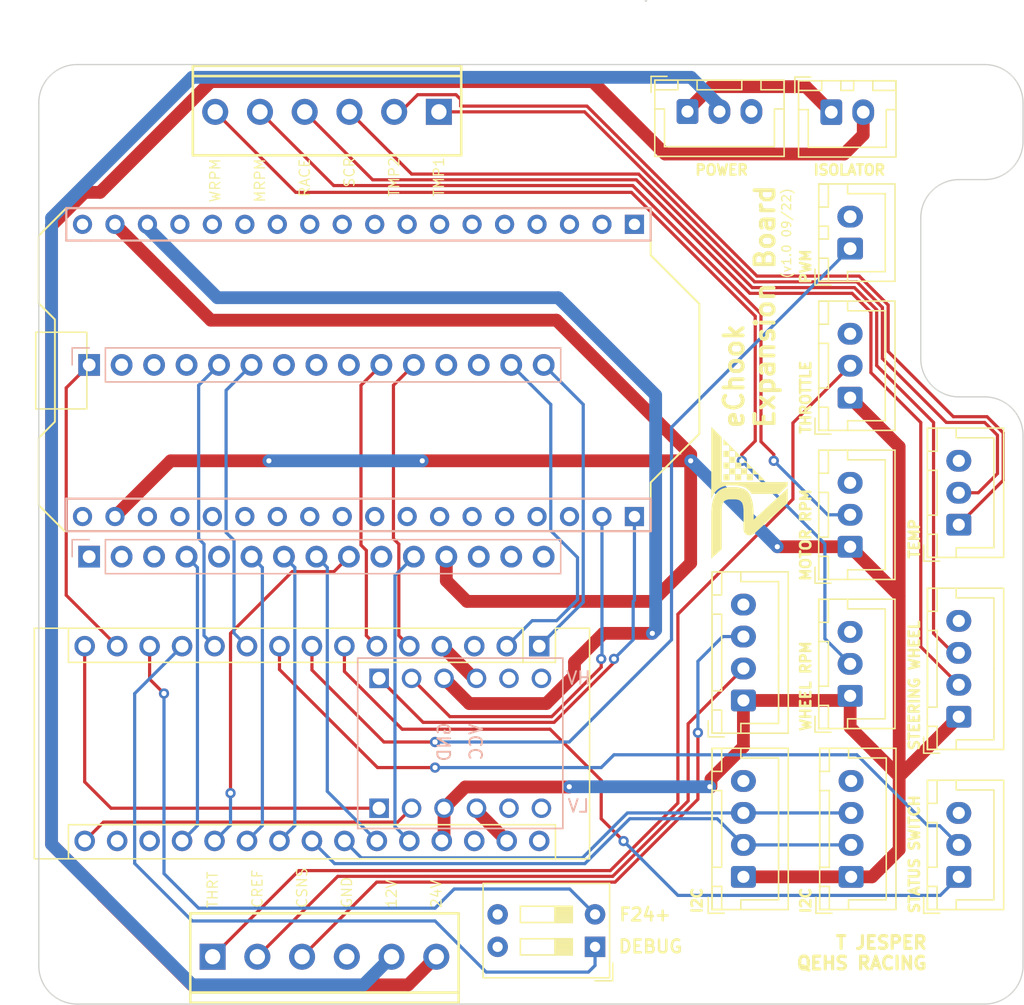
<source format=kicad_pcb>
(kicad_pcb (version 20211014) (generator pcbnew)
  (layers (0 "F.Cu" signal) (31 "B.Cu" signal) (34 "B.Paste" user) (35 "F.Paste" user) (36 "B.SilkS" user "B.Silkscreen") (37 "F.SilkS" user "F.Silkscreen") (38 "B.Mask" user) (39 "F.Mask" user) (44 "Edge.Cuts" user))
  (net 0 "")
  (net 1 "BT_OUT")
  (net 2 "BT_IN")
  (net 4 "GND")
  (net 5 "MOTOR_RPM")
  (net 6 "WHEEL_RPM")
  (net 7 "RACE_SWITCH")
  (net 8 "MOTOR_PWM")
  (net 9 "TELEMETRY_SWITCH")
  (net 10 "BRAKE")
  (net 11 "RACE_START")
  (net 12 "DEBUG_MODE")
  (net 13 "F24_MODE")
  (net 14 "SCREEN_SWITCH")
  (net 15 "TX_HIGH")
  (net 16 "RX_HIGH")
  (net 19 "BATT_T")
  (net 20 "TEMP_1")
  (net 21 "CURRENT")
  (net 22 "THROTTLE")
  (net 23 "SDA")
  (net 24 "SCL")
  (net 25 "TEMP_2")
  (net 26 "BATT_1")
  (net 27 "+5V")
  (net 29 "12_B2B")
  (net 31 "24_B2B")
  (net 32 "/+24V_ISOLATED")
  (net 59 "THROTTLE_B2B")
  (net 81 "MRPM_B2B")
  (net 82 "WRPM_B2B")
  (net 83 "CREF_B2B")
  (net 84 "CSENSE_B2B")
  (net 85 "TEMP1_B2B")
  (net 86 "TEMP2_B2B")
  (net 87 "+3V3")
  (net 88 "RX_LOW")
  (net 89 "TX_LOW")
  (net 90 "RACE_START_B2B")
  (net 91 "SCREEN_SWITCH_B2B")
  (footprint "racetrackr:ESP32 LoRa" (layer "F.Cu") (at 142.637 101.281)
    (fp_text reference "U2" hide)
    (fp_text value "ESP32_LoRa" hide)
  )
  (footprint "Connector_JST:JST_XH_B2B-XH-A_1x02_P2.50mm_Vertical" (layer "F.Cu") (at 179.5 66.725)
    (fp_text reference "J2" hide)
    (fp_text value "POWER_SWITCH" hide)
  )
  (footprint "Connector_JST:JST_XH_B3B-XH-A_1x03_P2.50mm_Vertical" (layer "F.Cu") (at 189.475 126.55 90)
    (fp_text reference "J12" hide)
    (fp_text value "STATUS_CONNECTION" hide)
  )
  (footprint "Connector_JST:JST_XH_B3B-XH-A_1x03_P2.50mm_Vertical" (layer "F.Cu") (at 189.475 99 90)
    (fp_text reference "J14" hide)
    (fp_text value "TEMP_CONNECTION" hide)
  )
  (footprint "Connector_JST:JST_XH_B4B-XH-A_1x04_P2.50mm_Vertical" (layer "F.Cu") (at 172.625 126.55 90)
    (fp_text reference "J6" hide)
    (fp_text value "I2C_1_CONN" hide)
  )
  (footprint "MountingHole:MountingHole_3.2mm_M3" (layer "F.Cu") (at 121.5 67)
    (fp_text reference "A" hide)
    (fp_text value "MountingHole_3.2mm_M3" hide)
  )
  (footprint "Connector_JST:JST_XH_B4B-XH-A_1x04_P2.50mm_Vertical" (layer "F.Cu") (at 189.475 114.025 90)
    (fp_text reference "J15" hide)
    (fp_text value "WHEEL_CONN" hide)
  )
  (footprint "MountingHole:MountingHole_3.2mm_M3" (layer "F.Cu") (at 190.5 132.5)
    (fp_text reference "D" hide)
    (fp_text value "MountingHole_3.2mm_M3" hide)
  )
  (footprint "Connector_JST:JST_XH_B3B-XH-A_1x03_P2.50mm_Vertical" (layer "F.Cu") (at 180.975 112.3875 90)
    (fp_text reference "J10" hide)
    (fp_text value "WHEEL_RPM_CONNECTION" hide)
  )
  (footprint "Button_Switch_THT:SW_DIP_SPSTx02_Slide_9.78x7.26mm_W7.62mm_P2.54mm" (layer "F.Cu") (at 161.0175 132.025 180)
    (fp_text reference "SW1" hide)
    (fp_text value "SW_DIP_x02" hide)
  )
  (footprint "Module:Arduino_Nano" (layer "F.Cu") (at 156.65 108.5 -90)
    (fp_text reference "A1" hide)
    (fp_text value "Arduino_Nano_v3.x" hide)
  )
  (footprint "MountingHole:MountingHole_3.2mm_M3" (layer "F.Cu") (at 190.5 67)
    (fp_text reference "B" hide)
    (fp_text value "MountingHole_3.2mm_M3" hide)
  )
  (footprint "Connector_JST:JST_XH_B4B-XH-A_1x04_P2.50mm_Vertical" (layer "F.Cu") (at 181.05 126.55 90)
    (fp_text reference "J8" hide)
    (fp_text value "I2C_2_CONN" hide)
  )
  (footprint "Connector_JST:JST_XH_B2B-XH-A_1x02_P2.50mm_Vertical" (layer "F.Cu") (at 180.975 77.4 90)
    (fp_text reference "J3" hide)
    (fp_text value "PWM_OUTPUT_CONN" hide)
  )
  (footprint "Connectors:SCREWTERMINAL-3.5MM-6" (layer "F.Cu") (at 131.1 132.8)
    (fp_text reference "J16" hide)
    (fp_text value "Screw_Terminal_01x06" hide)
  )
  (footprint "MountingHole:MountingHole_3.2mm_M3" (layer "F.Cu") (at 121.5 132.5)
    (fp_text reference "C" hide)
    (fp_text value "MountingHole_3.2mm_M3" hide)
  )
  (footprint "Connector_JST:JST_XH_B3B-XH-A_1x03_P2.50mm_Vertical" (layer "F.Cu") (at 180.975 100.725 90)
    (fp_text reference "J9" hide)
    (fp_text value "MOTOR_RPM_CONNECTION" hide)
  )
  (footprint "Connector_JST:JST_XH_B3B-XH-A_1x03_P2.50mm_Vertical" (layer "F.Cu") (at 180.975 89.0625 90)
    (fp_text reference "J5" hide)
    (fp_text value "THROTTLE_CONNECTION" hide)
  )
  (footprint "Connector_JST:JST_XH_B3B-XH-A_1x03_P2.50mm_Vertical" (layer "F.Cu") (at 168.25 66.675)
    (fp_text reference "J1" hide)
    (fp_text value "POWER_CONNECTION" hide)
  )
  (footprint "Connectors:SCREWTERMINAL-3.5MM-6" (layer "F.Cu") (at 148.8003 66.7003 180)
    (fp_text reference "J17" hide)
    (fp_text value "Screw_Terminal_01x06" hide)
  )
  (footprint "Connector_JST:JST_XH_B4B-XH-A_1x04_P2.50mm_Vertical" (layer "F.Cu") (at 172.625 112.75 90)
    (fp_text reference "J13" hide)
    (fp_text value "CURRENT_CONN" hide)
  )
  (footprint "Connector_PinHeader_2.54mm:PinHeader_1x15_P2.54mm_Vertical" (layer "B.Cu") (at 121.4408 86.4989 -90)
    (fp_text reference "J7" hide)
    (fp_text value "Conn_01x15_Male" hide)
  )
  (footprint "racetrackr:CONV_BOB-12009" (layer "B.Cu") (at 150.4737 116.1 -90)
    (fp_text reference "U1" hide)
    (fp_text value "LogicLevelConverter" hide)
  )
  (footprint "Connector_PinHeader_2.54mm:PinHeader_1x15_P2.54mm_Vertical" (layer "B.Cu") (at 121.4408 101.4998 -90)
    (fp_text reference "J4" hide)
    (fp_text value "Conn_01x15_Male" hide)
  )
  (gr_poly (pts (xy 170.915997 92.160484) (xy 170.916526 92.295421) (xy 170.916526 95.674151) (xy 176.077753 95.674151) (xy 176.077753 95.955932) (xy 175.970332 96.054886) (xy 175.391159 96.587228) (xy 173.261528 96.587228) (xy 173.258497 96.581517) (xy 173.255538 96.575718) (xy 173.249721 96.56401) (xy 173.246808 96.558175) (xy 173.243855 96.552402) (xy 173.240833 96.546728) (xy 173.237716 96.54119) (xy 173.189985 96.465032) (xy 173.137195 96.393725) (xy 173.079362 96.327279) (xy 173.016507 96.265701) (xy 172.948648 96.209001) (xy 172.875803 96.157186) (xy 172.797991 96.110265) (xy 172.71523 96.068248) (xy 172.627539 96.031141) (xy 172.534937 95.998955) (xy 172.437442 95.971696) (xy 172.335073 95.949375) (xy 172.227849 95.931999) (xy 172.115787 95.919577) (xy 171.998908 95.912118) (xy 171.877228 95.90963) (xy 171.662916 95.90963) (xy 171.602369 95.910308) (xy 171.542976 95.912344) (xy 171.484748 95.915734) (xy 171.427697 95.920478) (xy 171.371835 95.926573) (xy 171.317174 95.934019) (xy 171.263726 95.942814) (xy 171.211503 95.952955) (xy 171.160518 95.964443) (xy 171.110781 95.977274) (xy 171.062306 95.991448) (xy 171.015104 96.006963) (xy 170.969187 96.023818) (xy 170.924568 96.04201) (xy 170.881257 96.061539) (xy 170.839268 96.082403) (xy 170.798003 96.104654) (xy 170.757758 96.128046) (xy 170.718538 96.152572) (xy 170.680352 96.178223) (xy 170.643209 96.204994) (xy 170.607115 96.232877) (xy 170.572078 96.261866) (xy 170.538106 96.291953) (xy 170.505207 96.323131) (xy 170.473388 96.355394) (xy 170.442658 96.388734) (xy 170.413024 96.423145) (xy 170.384494 96.458619) (xy 170.357075 96.49515) (xy 170.330776 96.53273) (xy 170.305603 96.571353) (xy 170.278387 96.616453) (xy 170.252476 96.662824) (xy 170.227836 96.710423) (xy 170.204433 96.759207) (xy 170.182234 96.809131) (xy 170.161203 96.860153) (xy 170.141307 96.91223) (xy 170.122512 96.965317) (xy 170.122512 94.186133) (xy 170.122247 91.565965) (xy 170.122247 91.366734)) (layer "F.SilkS") (width 0.02) (fill solid))
  (gr_poly (pts (xy 172.901166 94.145124) (xy 172.444759 94.145124) (xy 172.444759 93.688718)) (layer "F.SilkS") (width 0.02) (fill solid))
  (gr_poly (pts (xy 170.123041 101.332794) (xy 170.123041 98.124986) (xy 170.124157 98.016775) (xy 170.127506 97.910422) (xy 170.133087 97.805922) (xy 170.1409 97.703274) (xy 170.150946 97.602473) (xy 170.163224 97.503517) (xy 170.177735 97.406403) (xy 170.194478 97.311128) (xy 170.203811 97.264384) (xy 170.21395 97.218409) (xy 170.224895 97.173205) (xy 170.236646 97.128772) (xy 170.249203 97.085112) (xy 170.262567 97.042224) (xy 170.276737 97.000109) (xy 170.291713 96.958769) (xy 170.307495 96.918205) (xy 170.324083 96.878416) (xy 170.341477 96.839403) (xy 170.359677 96.801169) (xy 170.378684 96.763712) (xy 170.398497 96.727035) (xy 170.419116 96.691137) (xy 170.440541 96.65602) (xy 170.462849 96.621817) (xy 170.486119 96.588565) (xy 170.51035 96.556264) (xy 170.535543 96.524915) (xy 170.561696 96.494519) (xy 170.588811 96.465078) (xy 170.616886 96.436593) (xy 170.645923 96.409064) (xy 170.675922 96.382494) (xy 170.706881 96.356883) (xy 170.738801 96.332232) (xy 170.771683 96.308543) (xy 170.805526 96.285817) (xy 170.84033 96.264054) (xy 170.876095 96.243257) (xy 170.912822 96.223426) (xy 170.950634 96.204636) (xy 170.989655 96.187062) (xy 171.029886 96.170702) (xy 171.071328 96.155556) (xy 171.11398 96.141625) (xy 171.157844 96.128906) (xy 171.202919 96.117401) (xy 171.249206 96.107109) (xy 171.296706 96.098028) (xy 171.345418 96.09016) (xy 171.395344 96.083504) (xy 171.446482 96.078058) (xy 171.498835 96.073824) (xy 171.552402 96.070799) (xy 171.607184 96.068985) (xy 171.66318 96.06838) (xy 171.877493 96.06838) (xy 171.988357 96.070538) (xy 172.094632 96.077011) (xy 172.196318 96.087799) (xy 172.245439 96.09481) (xy 172.293413 96.1029) (xy 172.34024 96.112068) (xy 172.385919 96.122314) (xy 172.43045 96.133639) (xy 172.473833 96.146041) (xy 172.516068 96.159521) (xy 172.557156 96.174078) (xy 172.597096 96.189714) (xy 172.635888 96.206427) (xy 172.673531 96.224217) (xy 172.710027 96.243085) (xy 172.745375 96.26303) (xy 172.779574 96.284052) (xy 172.812626 96.306151) (xy 172.844529 96.329327) (xy 172.875284 96.35358) (xy 172.90489 96.37891) (xy 172.933348 96.405317) (xy 172.960658 96.4328) (xy 172.986819 96.461359) (xy 173.011832 96.490995) (xy 173.035696 96.521707) (xy 173.058412 96.553496) (xy 173.079979 96.58636) (xy 173.100397 96.620301) (xy 173.138844 96.691025) (xy 173.174811 96.765186) (xy 173.208297 96.842784) (xy 173.239303 96.923819) (xy 173.267828 97.008293) (xy 173.293873 97.096207) (xy 173.317438 97.18756) (xy 173.338522 97.282355) (xy 173.357125 97.380591) (xy 173.373248 97.482269) (xy 173.386891 97.587391) (xy 173.398053 97.695956) (xy 173.406735 97.807967) (xy 173.412936 97.923422) (xy 173.416656 98.042325) (xy 173.417897 98.164674) (xy 173.417897 98.617376) (xy 175.62558 96.587228) (xy 176.077488 96.171567) (xy 176.077488 97.299221) (xy 173.528493 99.63364) (xy 173.512494 99.648228) (xy 173.496247 99.662227) (xy 173.479752 99.675637) (xy 173.463008 99.688458) (xy 173.446017 99.70069) (xy 173.428778 99.712333) (xy 173.411291 99.723386) (xy 173.393555 99.733851) (xy 173.375572 99.743726) (xy 173.35734 99.753012) (xy 173.338861 99.76171) (xy 173.320133 99.769818) (xy 173.301158 99.777337) (xy 173.281934 99.784266) (xy 173.262463 99.790607) (xy 173.242743 99.796359) (xy 173.222948 99.801537) (xy 173.203351 99.806057) (xy 173.183949 99.809921) (xy 173.16474 99.813127) (xy 173.145724 99.815675) (xy 173.126899 99.817567) (xy 173.108262 99.818801) (xy 173.089814 99.819377) (xy 173.071551 99.819297) (xy 173.053473 99.818559) (xy 173.035577 99.817164) (xy 173.017863 99.815111) (xy 173.000329 99.812401) (xy 172.982974 99.809034) (xy 172.965795 99.805009) (xy 172.948791 99.800327) (xy 172.933099 99.79501) (xy 172.917675 99.788979) (xy 172.90252 99.782236) (xy 172.887635 99.774779) (xy 172.873021 99.766609) (xy 172.85868 99.757725) (xy 172.844612 99.748129) (xy 172.83082 99.73782) (xy 172.817303 99.726797) (xy 172.804063 99.715061) (xy 172.791102 99.702613) (xy 172.77842 99.689451) (xy 172.766018 99.675576) (xy 172.753899 99.660987) (xy 172.742062 99.645686) (xy 172.730509 99.629671) (xy 172.719456 99.61299) (xy 172.709115 99.595788) (xy 172.699488 99.578063) (xy 172.690574 99.559817) (xy 172.682373 99.541049) (xy 172.674885 99.521757) (xy 172.66811 99.501942) (xy 172.662049 99.481604) (xy 172.6567 99.460742) (xy 172.652065 99.439355) (xy 172.648142 99.417443) (xy 172.644933 99.395007) (xy 172.642437 99.372044) (xy 172.640655 99.348556) (xy 172.639585 99.324542) (xy 172.639228 99.3) (xy 172.639228 97.926284) (xy 172.638611 97.863013) (xy 172.636759 97.802187) (xy 172.63367 97.743806) (xy 172.629344 97.68787) (xy 172.623779 97.63438) (xy 172.616974 97.583337) (xy 172.608928 97.534743) (xy 172.59964 97.488597) (xy 172.589109 97.444901) (xy 172.577333 97.403654) (xy 172.564311 97.364859) (xy 172.550043 97.328516) (xy 172.534527 97.294625) (xy 172.517761 97.263187) (xy 172.499745 97.234204) (xy 172.480478 97.207675) (xy 172.459624 97.183119) (xy 172.43665 97.160149) (xy 172.411557 97.138766) (xy 172.384348 97.11897) (xy 172.355022 97.100759) (xy 172.323581 97.084134) (xy 172.290026 97.069094) (xy 172.254359 97.055639) (xy 172.21658 97.043769) (xy 172.176691 97.033482) (xy 172.134692 97.024779) (xy 172.090586 97.017659) (xy 172.044372 97.012122) (xy 171.996053 97.008168) (xy 171.94563 97.005795) (xy 171.893103 97.005005) (xy 171.646776 97.005005) (xy 171.594283 97.005795) (xy 171.543961 97.008168) (xy 171.495809 97.012122) (xy 171.449827 97.017659) (xy 171.406016 97.024779) (xy 171.364375 97.033482) (xy 171.324904 97.043769) (xy 171.287604 97.055639) (xy 171.252475 97.069094) (xy 171.219515 97.084134) (xy 171.20385 97.092249) (xy 171.188727 97.100759) (xy 171.174146 97.109666) (xy 171.160108 97.11897) (xy 171.146613 97.12867) (xy 171.13366 97.138766) (xy 171.12125 97.149259) (xy 171.109383 97.160149) (xy 171.098058 97.171436) (xy 171.087275 97.183119) (xy 171.077036 97.195199) (xy 171.067339 97.207675) (xy 171.04912 97.234204) (xy 171.032068 97.263187) (xy 171.016184 97.294625) (xy 171.00147 97.328516) (xy 170.987926 97.364859) (xy 170.975554 97.403654) (xy 170.964354 97.444901) (xy 170.954328 97.488597) (xy 170.945478 97.534743) (xy 170.937804 97.583337) (xy 170.931307 97.63438) (xy 170.925989 97.68787) (xy 170.921851 97.743806) (xy 170.918893 97.802187) (xy 170.917118 97.863013) (xy 170.916526 97.926284) (xy 170.916526 100.908932) (xy 170.122247 101.637065)) (layer "F.SilkS") (width 0.02) (fill solid))
  (gr_poly (pts (xy 172.444759 94.145124) (xy 172.444759 94.601795) (xy 171.988088 94.601795) (xy 171.988088 94.145124)) (layer "F.SilkS") (width 0.02) (fill solid))
  (gr_poly (pts (xy 171.531418 92.775376) (xy 171.075012 92.775376) (xy 171.075012 92.31897)) (layer "F.SilkS") (width 0.02) (fill solid))
  (gr_poly (pts (xy 171.531682 94.145124) (xy 171.531682 93.688718) (xy 171.531682 93.688453) (xy 171.531418 93.688453) (xy 171.531418 93.688718) (xy 171.531682 93.688718) (xy 171.531682 94.145124) (xy 171.531682 94.601795) (xy 171.988088 94.601795) (xy 171.988088 95.058201) (xy 172.444759 95.058201) (xy 172.444759 94.601795) (xy 172.901166 94.601795) (xy 172.901166 94.145124) (xy 173.357837 94.601795) (xy 173.814507 95.058465) (xy 173.357837 95.058465) (xy 173.357837 95.058201) (xy 173.357837 94.601795) (xy 172.90143 94.601795) (xy 172.90143 95.058201) (xy 173.357837 95.058201) (xy 173.357837 95.058465) (xy 173.357837 95.514871) (xy 172.90143 95.514871) (xy 172.90143 95.058465) (xy 172.90143 95.058201) (xy 172.901166 95.058201) (xy 172.901166 95.058465) (xy 172.90143 95.058465) (xy 172.90143 95.514871) (xy 172.901166 95.514871) (xy 172.901166 95.058465) (xy 172.444759 95.058465) (xy 172.444759 95.514871) (xy 171.988088 95.514871) (xy 171.988088 95.058465) (xy 171.531682 95.058465) (xy 171.531682 95.058201) (xy 171.531418 95.058201) (xy 171.531418 94.601795) (xy 171.075012 94.601795) (xy 171.075012 94.145124) (xy 171.531418 94.145124) (xy 171.531418 93.688718) (xy 171.075012 93.688718) (xy 171.075012 93.232046) (xy 171.531418 93.232046) (xy 171.531418 92.775376) (xy 171.988088 93.232046) (xy 172.444759 93.688718) (xy 171.988088 93.688718) (xy 171.988088 93.688453) (xy 171.988088 93.232046) (xy 171.531682 93.232046) (xy 171.531682 93.688453) (xy 171.988088 93.688453) (xy 171.988088 93.688718) (xy 171.988088 94.145124)) (layer "F.SilkS") (width 0.02) (fill solid))
  (gr_poly (pts (xy 174.270913 95.514871) (xy 173.814507 95.514871) (xy 173.814507 95.058465)) (layer "F.SilkS") (width 0.02) (fill solid))
  (gr_poly (pts (xy 171.531418 95.058201) (xy 171.531418 95.058465) (xy 171.531682 95.058465) (xy 171.531682 95.514871) (xy 171.075012 95.514871) (xy 171.075012 95.058201)) (layer "F.SilkS") (width 0.02) (fill solid))
  (gr_arc (start 117.5 66) (mid 118.37868 63.87868) (end 120.5 63) (layer "Edge.Cuts") (width 0.1))
  (gr_line (start 189.5 89) (end 191.5 89) (layer "Edge.Cuts") (width 0.1))
  (gr_line (start 194.5 66) (end 194.5 69) (layer "Edge.Cuts") (width 0.1))
  (gr_line (start 191.5 136.5) (end 120.5 136.5) (layer "Edge.Cuts") (width 0.1))
  (gr_line (start 120.5 63) (end 191.5 63) (layer "Edge.Cuts") (width 0.1))
  (gr_arc (start 194.5 133.5) (mid 193.62132 135.62132) (end 191.5 136.5) (layer "Edge.Cuts") (width 0.1))
  (gr_line (start 194.5 92) (end 194.5 133.5) (layer "Edge.Cuts") (width 0.1))
  (gr_arc (start 191.5 63) (mid 193.62132 63.87868) (end 194.5 66) (layer "Edge.Cuts") (width 0.1))
  (gr_arc (start 194.5 69) (mid 193.62132 71.12132) (end 191.5 72) (layer "Edge.Cuts") (width 0.1))
  (gr_arc (start 120.5 136.5) (mid 118.37868 135.62132) (end 117.5 133.5) (layer "Edge.Cuts") (width 0.1))
  (gr_line (start 117.5 133.5) (end 117.5 66) (layer "Edge.Cuts") (width 0.1))
  (gr_arc (start 186.5 75) (mid 187.37868 72.87868) (end 189.5 72) (layer "Edge.Cuts") (width 0.1))
  (gr_line (start 189.5 72) (end 191.5 72) (layer "Edge.Cuts") (width 0.1))
  (gr_line (start 186.5 75) (end 186.5 86) (layer "Edge.Cuts") (width 0.1))
  (gr_arc (start 191.5 89) (mid 193.62132 89.87868) (end 194.5 92) (layer "Edge.Cuts") (width 0.1))
  (gr_arc (start 189.5 89) (mid 187.37868 88.12132) (end 186.5 86) (layer "Edge.Cuts") (width 0.1))
  (gr_arc (start 165 58) (mid 165 58) (end 165 58) (layer "Edge.Cuts") (width 0.1))
  (gr_text "HV" (at 159.723738 111) (layer "B.SilkS") (effects (font (size 1 1)) (justify mirror)))
  (gr_text "GND" (at 149.223738 116 90) (layer "B.SilkS") (effects (font (size 1 1)) (justify mirror)))
  (gr_text "VCC" (at 151.723738 116 90) (layer "B.SilkS") (effects (font (size 1 1)) (justify mirror)))
  (gr_text "LV" (at 159.723738 121) (layer "B.SilkS") (effects (font (size 1 1)) (justify mirror)))
  (gr_text "THRT" (at 131.1 129.05 90) (layer "F.SilkS") (effects (font (size 0.8 0.8) (thickness 0.1)) (justify left)))
  (gr_text "TEMP" (at 186 101.75 90) (layer "F.SilkS") (effects (font (size 0.8 0.8) (thickness 0.2)) (justify left)))
  (gr_text "POWER" (at 168.75 71.25) (layer "F.SilkS") (effects (font (size 0.8 0.8) (thickness 0.2)) (justify left)))
  (gr_text "STEERING WHEEL" (at 186 116.75 90) (layer "F.SilkS") (effects (font (size 0.8 0.8) (thickness 0.2)) (justify left)))
  (gr_text "12V" (at 145.1 129.05 90) (layer "F.SilkS") (effects (font (size 0.8 0.8) (thickness 0.1)) (justify left)))
  (gr_text "24V" (at 148.6 129.05 90) (layer "F.SilkS") (effects (font (size 0.8 0.8) (thickness 0.1)) (justify left)))
  (gr_text "GND" (at 141.6 129.05 90) (layer "F.SilkS") (effects (font (size 0.8 0.8) (thickness 0.1)) (justify left)))
  (gr_text "DEBUG" (at 162.75 132) (layer "F.SilkS") (effects (font (size 1 1) (thickness 0.2)) (justify left)))
  (gr_text "STATUS SWITCH" (at 186 129.5 90) (layer "F.SilkS") (effects (font (size 0.8 0.8) (thickness 0.2)) (justify left)))
  (gr_text "eChook\nExpansion Board" (at 173.1 91.6 90) (layer "F.SilkS") (effects (font (size 1.5 1.5) (thickness 0.3)) (justify left)))
  (gr_text "CREF" (at 134.6 129.05 90) (layer "F.SilkS") (effects (font (size 0.8 0.8) (thickness 0.1)) (justify left)))
  (gr_text "MOTOR RPM" (at 177.5 103.5 90) (layer "F.SilkS") (effects (font (size 0.8 0.8) (thickness 0.2)) (justify left)))
  (gr_text "WHEEL RPM" (at 177.5 115.25 90) (layer "F.SilkS") (effects (font (size 0.8 0.8) (thickness 0.2)) (justify left)))
  (gr_text "I2C" (at 177.5 129.5 90) (layer "F.SilkS") (effects (font (size 0.8 0.8) (thickness 0.2)) (justify left)))
  (gr_text "F24+" (at 162.8 129.5) (layer "F.SilkS") (effects (font (size 1 1) (thickness 0.2)) (justify left)))
  (gr_text "SCR" (at 141.8 72.676191 90) (layer "F.SilkS") (effects (font (size 0.8 0.8) (thickness 0.1)) (justify left)))
  (gr_text "T JESPER\nQEHS RACING" (at 187.1 132.5) (layer "F.SilkS") (effects (font (size 1 1) (thickness 0.25)) (justify right)))
  (gr_text "PWM" (at 177.5 80.25 90) (layer "F.SilkS") (effects (font (size 0.8 0.8) (thickness 0.2)) (justify left)))
  (gr_text "TMP1" (at 148.8 73.4 90) (layer "F.SilkS") (effects (font (size 0.8 0.8) (thickness 0.1)) (justify left)))
  (gr_text "CSNS" (at 138.1 129.05 90) (layer "F.SilkS") (effects (font (size 0.8 0.8) (thickness 0.1)) (justify left)))
  (gr_text "I2C" (at 169 129.5 90) (layer "F.SilkS") (effects (font (size 0.8 0.8) (thickness 0.2)) (justify left)))
  (gr_text "WRPM" (at 131.3 73.85 90) (layer "F.SilkS") (effects (font (size 0.8 0.8) (thickness 0.1)) (justify left)))
  (gr_text "RACE" (at 138.3 73.430953 90) (layer "F.SilkS") (effects (font (size 0.8 0.8) (thickness 0.1)) (justify left)))
  (gr_text "ISOLATOR" (at 178 71.25) (layer "F.SilkS") (effects (font (size 0.8 0.8) (thickness 0.2)) (justify left)))
  (gr_text "THROTTLE" (at 177.5 92 90) (layer "F.SilkS") (effects (font (size 0.8 0.8) (thickness 0.2)) (justify left)))
  (gr_text "(v1.0 09/22)" (at 176 76.2 90) (layer "F.SilkS") (effects (font (size 0.7 0.7) (thickness 0.1))))
  (gr_text "MRPM" (at 134.8 73.85 90) (layer "F.SilkS") (effects (font (size 0.8 0.8) (thickness 0.1)) (justify left)))
  (gr_text "TMP2" (at 145.3 73.4 90) (layer "F.SilkS") (effects (font (size 0.8 0.8) (thickness 0.1)) (justify left)))
  (segment (start 160.093811 105.056189) (end 160.093811 89.591911) (width 0.25) (layer "B.Cu") (net 1))
  (segment (start 156.65 108.5) (end 160.093811 105.056189) (width 0.25) (layer "B.Cu") (net 1))
  (segment (start 160.093811 89.591911) (end 157.0008 86.4989) (width 0.25) (layer "B.Cu") (net 1))
  (segment (start 158.007141 106.507141) (end 156.102859 106.507141) (width 0.25) (layer "B.Cu") (net 2))
  (segment (start 159.644291 104.869991) (end 158.007141 106.507141) (width 0.25) (layer "B.Cu") (net 2))
  (segment (start 157.553811 99.46952) (end 159.644291 101.56) (width 0.25) (layer "B.Cu") (net 2))
  (segment (start 156.102859 106.507141) (end 154.11 108.5) (width 0.25) (layer "B.Cu") (net 2))
  (segment (start 154.4608 86.4989) (end 157.553811 89.591911) (width 0.25) (layer "B.Cu") (net 2))
  (segment (start 157.553811 89.591911) (end 157.553811 99.46952) (width 0.25) (layer "B.Cu") (net 2))
  (segment (start 159.644291 101.56) (end 159.644291 104.869991) (width 0.25) (layer "B.Cu") (net 2))
  (segment (start 151.7437 121.3737) (end 154.11 123.74) (width 1) (layer "F.Cu") (net 4))
  (segment (start 151.7437 121.18) (end 151.7437 121.3737) (width 1) (layer "F.Cu") (net 4))
  (segment (start 151.553432 111.02) (end 149.033432 108.5) (width 1) (layer "F.Cu") (net 4))
  (segment (start 151.7437 111.02) (end 151.553432 111.02) (width 1) (layer "F.Cu") (net 4))
  (segment (start 149.033432 108.5) (end 149.03 108.5) (width 1) (layer "F.Cu") (net 4))
  (segment (start 145.666289 107.676289) (end 145.666289 100.516289) (width 0.25) (layer "F.Cu") (net 5))
  (segment (start 145.246189 88.093511) (end 146.8408 86.4989) (width 0.25) (layer "F.Cu") (net 5))
  (segment (start 146.49 108.5) (end 145.666289 107.676289) (width 0.25) (layer "F.Cu") (net 5))
  (segment (start 145.666289 100.516289) (end 145.246189 100.096189) (width 0.25) (layer "F.Cu") (net 5))
  (segment (start 145.246189 100.096189) (end 145.246189 88.093511) (width 0.25) (layer "F.Cu") (net 5))
  (segment (start 142.706189 88.093511) (end 142.706189 100.593201) (width 0.25) (layer "F.Cu") (net 6))
  (segment (start 142.706189 100.593201) (end 143.126289 101.013301) (width 0.25) (layer "F.Cu") (net 6))
  (segment (start 144.3008 86.4989) (end 142.706189 88.093511) (width 0.25) (layer "F.Cu") (net 6))
  (segment (start 143.126289 107.676289) (end 143.95 108.5) (width 0.25) (layer "F.Cu") (net 6))
  (segment (start 143.126289 101.013301) (end 143.126289 107.676289) (width 0.25) (layer "F.Cu") (net 6))
  (segment (start 141.41 110.479322) (end 145.930678 115) (width 0.25) (layer "F.Cu") (net 7))
  (segment (start 161.5 119) (end 161.5 122) (width 0.25) (layer "F.Cu") (net 7))
  (segment (start 157.5 115) (end 161.5 119) (width 0.25) (layer "F.Cu") (net 7))
  (segment (start 161.5 122) (end 163.25 123.75) (width 0.25) (layer "F.Cu") (net 7))
  (segment (start 141.41 108.5) (end 141.41 110.479322) (width 0.25) (layer "F.Cu") (net 7))
  (segment (start 145.930678 115) (end 157.5 115) (width 0.25) (layer "F.Cu") (net 7))
  (via (at 163.25 123.75) (size 0.8) (drill 0.4) (layers "F.Cu" "B.Cu") (net 7))
  (segment (start 163.25 123.75) (end 167.5 128) (width 0.25) (layer "B.Cu") (net 7))
  (segment (start 188.025 128) (end 167.5 128) (width 0.25) (layer "B.Cu") (net 7))
  (segment (start 189.475 126.55) (end 188.025 128) (width 0.25) (layer "B.Cu") (net 7))
  (segment (start 144.5 116) (end 138.87 110.37) (width 0.25) (layer "F.Cu") (net 8))
  (segment (start 138.87 110.37) (end 138.87 108.5) (width 0.25) (layer "F.Cu") (net 8))
  (segment (start 148.5 116) (end 144.5 116) (width 0.25) (layer "F.Cu") (net 8))
  (via (at 148.5 116) (size 0.8) (drill 0.4) (layers "F.Cu" "B.Cu") (net 8))
  (via (at 148.5 116) (size 0.8) (drill 0.4) (layers "F.Cu" "B.Cu") (net 8))
  (segment (start 180.975 77.4) (end 167 91.375) (width 0.25) (layer "B.Cu") (net 8))
  (segment (start 167 91.375) (end 167 108) (width 0.25) (layer "B.Cu") (net 8))
  (segment (start 167 108) (end 159 116) (width 0.25) (layer "B.Cu") (net 8))
  (segment (start 159 116) (end 148.5 116) (width 0.25) (layer "B.Cu") (net 8))
  (segment (start 148.5 118) (end 144 118) (width 0.25) (layer "F.Cu") (net 9))
  (segment (start 136.33 110.33) (end 136.33 108.5) (width 0.25) (layer "F.Cu") (net 9))
  (segment (start 144 118) (end 136.33 110.33) (width 0.25) (layer "F.Cu") (net 9))
  (via (at 148.5 118) (size 0.8) (drill 0.4) (layers "F.Cu" "B.Cu") (net 9))
  (segment (start 187.97548 122.55048) (end 187.05048 122.55048) (width 0.25) (layer "B.Cu") (net 9))
  (segment (start 187.05048 122.55048) (end 181.5 117) (width 0.25) (layer "B.Cu") (net 9))
  (segment (start 162.5 117) (end 161.5 118) (width 0.25) (layer "B.Cu") (net 9))
  (segment (start 161.5 118) (end 148.5 118) (width 0.25) (layer "B.Cu") (net 9))
  (segment (start 181.5 117) (end 162.5 117) (width 0.25) (layer "B.Cu") (net 9))
  (segment (start 189.475 124.05) (end 187.97548 122.55048) (width 0.25) (layer "B.Cu") (net 9))
  (segment (start 132.775311 100.227689) (end 132.775311 107.485311) (width 0.25) (layer "B.Cu") (net 10))
  (segment (start 132.153811 88.485889) (end 132.153811 99.606189) (width 0.25) (layer "B.Cu") (net 10))
  (segment (start 134.1408 86.4989) (end 132.153811 88.485889) (width 0.25) (layer "B.Cu") (net 10))
  (segment (start 132.153811 99.606189) (end 132.775311 100.227689) (width 0.25) (layer "B.Cu") (net 10))
  (segment (start 132.775311 107.485311) (end 133.79 108.5) (width 0.25) (layer "B.Cu") (net 10))
  (segment (start 130.426289 100.516289) (end 130.006189 100.096189) (width 0.25) (layer "B.Cu") (net 11))
  (segment (start 130.426289 107.676289) (end 130.426289 100.516289) (width 0.25) (layer "B.Cu") (net 11))
  (segment (start 130.006189 88.093511) (end 131.6008 86.4989) (width 0.25) (layer "B.Cu") (net 11))
  (segment (start 130.006189 100.096189) (end 130.006189 88.093511) (width 0.25) (layer "B.Cu") (net 11))
  (segment (start 131.25 108.5) (end 130.426289 107.676289) (width 0.25) (layer "B.Cu") (net 11))
  (segment (start 160.5 134) (end 161.0175 133.4825) (width 0.25) (layer "B.Cu") (net 12))
  (segment (start 148.5 130) (end 152.5 134) (width 0.25) (layer "B.Cu") (net 12))
  (segment (start 152.5 134) (end 160.5 134) (width 0.25) (layer "B.Cu") (net 12))
  (segment (start 128.71 108.5) (end 125 112.21) (width 0.25) (layer "B.Cu") (net 12))
  (segment (start 129.5 130) (end 148.5 130) (width 0.25) (layer "B.Cu") (net 12))
  (segment (start 161.0175 133.4825) (end 161.0175 132.025) (width 0.25) (layer "B.Cu") (net 12))
  (segment (start 125 112.21) (end 125 125.5) (width 0.25) (layer "B.Cu") (net 12))
  (segment (start 125 125.5) (end 129.5 130) (width 0.25) (layer "B.Cu") (net 12))
  (segment (start 126.17 108.5) (end 126.17 111.080978) (width 0.25) (layer "F.Cu") (net 13))
  (segment (start 126.17 111.080978) (end 127.294511 112.205489) (width 0.25) (layer "F.Cu") (net 13))
  (via (at 127.294511 112.205489) (size 0.8) (drill 0.4) (layers "F.Cu" "B.Cu") (net 13))
  (segment (start 127.5 112) (end 127.294511 112.205489) (width 0.25) (layer "B.Cu") (net 13))
  (segment (start 127.294511 112.205489) (end 127.294511 126.294511) (width 0.25) (layer "B.Cu") (net 13))
  (segment (start 150 127.5) (end 159.0325 127.5) (width 0.25) (layer "B.Cu") (net 13))
  (segment (start 130 129) (end 148.5 129) (width 0.25) (layer "B.Cu") (net 13))
  (segment (start 159.0325 127.5) (end 161.0175 129.485) (width 0.25) (layer "B.Cu") (net 13))
  (segment (start 127.294511 126.294511) (end 130 129) (width 0.25) (layer "B.Cu") (net 13))
  (segment (start 148.5 129) (end 150 127.5) (width 0.25) (layer "B.Cu") (net 13))
  (segment (start 121.4408 86.4989) (end 119.646189 88.293511) (width 0.25) (layer "F.Cu") (net 14))
  (segment (start 119.646189 104.516189) (end 123.63 108.5) (width 0.25) (layer "F.Cu") (net 14))
  (segment (start 119.646189 88.293511) (end 119.646189 104.516189) (width 0.25) (layer "F.Cu") (net 14))
  (segment (start 144.1237 121.18) (end 123.15 121.18) (width 0.25) (layer "F.Cu") (net 15))
  (segment (start 121.09 119.12) (end 121.09 108.5) (width 0.25) (layer "F.Cu") (net 15))
  (segment (start 123.15 121.18) (end 121.09 119.12) (width 0.25) (layer "F.Cu") (net 15))
  (segment (start 145.577189 122.266511) (end 122.563489 122.266511) (width 0.25) (layer "F.Cu") (net 16))
  (segment (start 146.6637 121.18) (end 145.577189 122.266511) (width 0.25) (layer "F.Cu") (net 16))
  (segment (start 122.563489 122.266511) (end 121.09 123.74) (width 0.25) (layer "F.Cu") (net 16))
  (segment (start 129.9108 102.3498) (end 129.9108 122.5392) (width 0.25) (layer "B.Cu") (net 19))
  (segment (start 129.9108 122.5392) (end 128.71 123.74) (width 0.25) (layer "B.Cu") (net 19))
  (segment (start 129.0608 101.4998) (end 129.9108 102.3498) (width 0.25) (layer "B.Cu") (net 19))
  (segment (start 140.586289 102.674311) (end 137.325689 102.674311) (width 0.25) (layer "F.Cu") (net 20))
  (segment (start 132.5 107.5) (end 132.5 120) (width 0.25) (layer "F.Cu") (net 20))
  (segment (start 141.7608 101.4998) (end 140.586289 102.674311) (width 0.25) (layer "F.Cu") (net 20))
  (segment (start 137.325689 102.674311) (end 132.5 107.5) (width 0.25) (layer "F.Cu") (net 20))
  (via (at 132.5 120) (size 0.8) (drill 0.4) (layers "F.Cu" "B.Cu") (net 20))
  (segment (start 131.25 123.74) (end 132.49 122.5) (width 0.25) (layer "B.Cu") (net 20))
  (segment (start 132.49 122.5) (end 132.5 122.5) (width 0.25) (layer "B.Cu") (net 20))
  (segment (start 132.5 122.5) (end 132.5 120) (width 0.25) (layer "B.Cu") (net 20))
  (segment (start 134.9908 102.3498) (end 134.9908 122.5392) (width 0.25) (layer "B.Cu") (net 21))
  (segment (start 134.1408 101.4998) (end 134.9908 102.3498) (width 0.25) (layer "B.Cu") (net 21))
  (segment (start 134.9908 122.5392) (end 133.79 123.74) (width 0.25) (layer "B.Cu") (net 21))
  (segment (start 137.5308 102.3498) (end 137.5308 122.5392) (width 0.25) (layer "B.Cu") (net 22))
  (segment (start 137.5308 122.5392) (end 136.33 123.74) (width 0.25) (layer "B.Cu") (net 22))
  (segment (start 136.6808 101.4998) (end 137.5308 102.3498) (width 0.25) (layer "B.Cu") (net 22))
  (segment (start 160.221687 125.514031) (end 160.485009 125.250708) (width 0.25) (layer "B.Cu") (net 23))
  (segment (start 160.485009 125.250708) (end 163.735718 122) (width 0.25) (layer "B.Cu") (net 23))
  (segment (start 170.575 122) (end 172.625 124.05) (width 0.25) (layer "B.Cu") (net 23))
  (segment (start 140.644031 125.514031) (end 160.221687 125.514031) (width 0.25) (layer "B.Cu") (net 23))
  (segment (start 138.87 123.74) (end 140.644031 125.514031) (width 0.25) (layer "B.Cu") (net 23))
  (segment (start 172.625 124.05) (end 181.05 124.05) (width 0.25) (layer "B.Cu") (net 23))
  (segment (start 163.735718 122) (end 170.575 122) (width 0.25) (layer "B.Cu") (net 23))
  (segment (start 142.734511 125.064511) (end 160.035489 125.064511) (width 0.25) (layer "B.Cu") (net 24))
  (segment (start 163.55 121.55) (end 172.625 121.55) (width 0.25) (layer "B.Cu") (net 24))
  (segment (start 160.035489 125.064511) (end 163.55 121.55) (width 0.25) (layer "B.Cu") (net 24))
  (segment (start 141.41 123.74) (end 142.734511 125.064511) (width 0.25) (layer "B.Cu") (net 24))
  (segment (start 172.625 121.55) (end 181.05 121.55) (width 0.25) (layer "B.Cu") (net 24))
  (segment (start 140.0708 119.8608) (end 143.95 123.74) (width 0.25) (layer "B.Cu") (net 25))
  (segment (start 140.0708 102.3498) (end 140.0708 119.8608) (width 0.25) (layer "B.Cu") (net 25))
  (segment (start 139.2208 101.4998) (end 140.0708 102.3498) (width 0.25) (layer "B.Cu") (net 25))
  (segment (start 145.365489 122.615489) (end 146.49 123.74) (width 0.25) (layer "B.Cu") (net 26))
  (segment (start 146.8408 101.4998) (end 145.365489 102.975111) (width 0.25) (layer "B.Cu") (net 26))
  (segment (start 145.365489 102.975111) (end 145.365489 122.615489) (width 0.25) (layer "B.Cu") (net 26))
  (segment (start 184.81 104.56) (end 184.81 118.69) (width 1) (layer "F.Cu") (net 27))
  (segment (start 182.68 126.55) (end 181.05 126.55) (width 1) (layer "F.Cu") (net 27))
  (segment (start 135.5 94) (end 127.82 94) (width 1) (layer "F.Cu") (net 27))
  (segment (start 180.975 112.3875) (end 180.975 114.855) (width 1) (layer "F.Cu") (net 27))
  (segment (start 168.5 94) (end 168.5 102) (width 1) (layer "F.Cu") (net 27))
  (segment (start 180.6125 112.75) (end 180.975 112.3875) (width 1) (layer "F.Cu") (net 27))
  (segment (start 168.5 93.5) (end 168.5 94) (width 1) (layer "F.Cu") (net 27))
  (segment (start 168.5 94) (end 147.5 94) (width 1) (layer "F.Cu") (net 27))
  (segment (start 184.81 92.8975) (end 184.81 104.56) (width 1) (layer "F.Cu") (net 27))
  (segment (start 180.975 114.855) (end 184.81 118.69) (width 1) (layer "F.Cu") (net 27))
  (segment (start 159 119.5) (end 158.981511 119.518489) (width 1) (layer "F.Cu") (net 27))
  (segment (start 172.625 112.75) (end 172.625 116.375) (width 1) (layer "F.Cu") (net 27))
  (segment (start 158 83) (end 168.5 93.5) (width 1) (layer "F.Cu") (net 27))
  (segment (start 127.82 94) (end 123.46 98.36) (width 1) (layer "F.Cu") (net 27))
  (segment (start 150.865211 119.518489) (end 158.981511 119.518489) (width 1) (layer "F.Cu") (net 27))
  (segment (start 180.975 100.725) (end 175.275 100.725) (width 1) (layer "F.Cu") (net 27))
  (segment (start 149.2037 123.5663) (end 149.03 123.74) (width 1) (layer "F.Cu") (net 27))
  (segment (start 180.975 89.0625) (end 184.81 92.8975) (width 1) (layer "F.Cu") (net 27))
  (segment (start 149.3808 103.3808) (end 149.3808 101.4998) (width 1) (layer "F.Cu") (net 27))
  (segment (start 172.625 126.55) (end 181.05 126.55) (width 1) (layer "F.Cu") (net 27))
  (segment (start 123.46 75.5) (end 130.96 83) (width 1) (layer "F.Cu") (net 27))
  (segment (start 149.2037 121.18) (end 150.865211 119.518489) (width 1) (layer "F.Cu") (net 27))
  (segment (start 170.090185 118.909815) (end 170.090185 119.5) (width 1) (layer "F.Cu") (net 27))
  (segment (start 165.5 105) (end 151 105) (width 1) (layer "F.Cu") (net 27))
  (segment (start 180.975 100.725) (end 184.81 104.56) (width 1) (layer "F.Cu") (net 27))
  (segment (start 168.5 102) (end 165.5 105) (width 1) (layer "F.Cu") (net 27))
  (segment (start 189.475 114.025) (end 184.81 118.69) (width 1) (layer "F.Cu") (net 27))
  (segment (start 184.81 124.42) (end 182.68 126.55) (width 1) (layer "F.Cu") (net 27))
  (segment (start 172.625 116.375) (end 170.090185 118.909815) (width 1) (layer "F.Cu") (net 27))
  (segment (start 184.81 118.69) (end 184.81 124.42) (width 1) (layer "F.Cu") (net 27))
  (segment (start 172.625 112.75) (end 180.6125 112.75) (width 1) (layer "F.Cu") (net 27))
  (segment (start 149.2037 121.18) (end 149.2037 123.5663) (width 1) (layer "F.Cu") (net 27))
  (segment (start 130.96 83) (end 158 83) (width 1) (layer "F.Cu") (net 27))
  (segment (start 151 105) (end 149.3808 103.3808) (width 1) (layer "F.Cu") (net 27))
  (via (at 168.5 94) (size 0.8) (drill 0.4) (layers "F.Cu" "B.Cu") (net 27))
  (via (at 170 119.5) (size 0.8) (drill 0.4) (layers "F.Cu" "B.Cu") (net 27))
  (via (at 175.275 100.725) (size 0.8) (drill 0.4) (layers "F.Cu" "B.Cu") (net 27))
  (via (at 159 119.5) (size 0.8) (drill 0.4) (layers "F.Cu" "B.Cu") (net 27))
  (via (at 147.5 94) (size 0.8) (drill 0.4) (layers "F.Cu" "B.Cu") (net 27))
  (via (at 135.5 94) (size 0.8) (drill 0.4) (layers "F.Cu" "B.Cu") (net 27))
  (segment (start 147.5 94) (end 135.5 94) (width 1) (layer "B.Cu") (net 27))
  (segment (start 168.55 94) (end 168.5 94) (width 1) (layer "B.Cu") (net 27))
  (segment (start 175.275 100.725) (end 168.55 94) (width 1) (layer "B.Cu") (net 27))
  (segment (start 159 119.5) (end 170 119.5) (width 1) (layer "B.Cu") (net 27))
  (segment (start 170.75 66.675) (end 170.75 66.224334) (width 1) (layer "B.Cu") (net 29))
  (segment (start 118.5 124) (end 129.5 135) (width 1) (layer "B.Cu") (net 29))
  (segment (start 168.525666 64) (end 129.5 64) (width 1) (layer "B.Cu") (net 29))
  (segment (start 129.5 135) (end 142.89794 135) (width 1) (layer "B.Cu") (net 29))
  (segment (start 142.89794 135) (end 145.09794 132.8) (width 1) (layer "B.Cu") (net 29))
  (segment (start 170.75 66.224334) (end 168.525666 64) (width 1) (layer "B.Cu") (net 29))
  (segment (start 118.5 75) (end 118.5 124) (width 1) (layer "B.Cu") (net 29))
  (segment (start 129.5 64) (end 118.5 75) (width 1) (layer "B.Cu") (net 29))
  (segment (start 182 66.725) (end 182 68.5) (width 1) (layer "F.Cu") (net 31))
  (segment (start 122.5 128) (end 122.5 128.031022) (width 1) (layer "F.Cu") (net 31))
  (segment (start 166.5 70) (end 160.835269 64.335269) (width 1) (layer "F.Cu") (net 31))
  (segment (start 160.835269 64.335269) (end 130.958328 64.335269) (width 1) (layer "F.Cu") (net 31))
  (segment (start 122.5 128.031022) (end 129.468978 135) (width 1) (layer "F.Cu") (net 31))
  (segment (start 118.5 124) (end 122.5 128) (width 1) (layer "F.Cu") (net 31))
  (segment (start 146.39806 135) (end 148.59806 132.8) (width 1) (layer "F.Cu") (net 31))
  (segment (start 129.468978 135) (end 146.39806 135) (width 1) (layer "F.Cu") (net 31))
  (segment (start 121.088228 73) (end 118.5 75.588228) (width 1) (layer "F.Cu") (net 31))
  (segment (start 182 68.5) (end 180.5 70) (width 1) (layer "F.Cu") (net 31))
  (segment (start 122.293597 73) (end 121.088228 73) (width 1) (layer "F.Cu") (net 31))
  (segment (start 130.958328 64.335269) (end 122.293597 73) (width 1) (layer "F.Cu") (net 31))
  (segment (start 180.5 70) (end 166.5 70) (width 1) (layer "F.Cu") (net 31))
  (segment (start 118.5 75.588228) (end 118.5 124) (width 1) (layer "F.Cu") (net 31))
  (segment (start 170.095806 64.73) (end 177.505 64.73) (width 1) (layer "F.Cu") (net 32))
  (segment (start 168.25 66.575806) (end 170.095806 64.73) (width 1) (layer "F.Cu") (net 32))
  (segment (start 177.505 64.73) (end 179.5 66.725) (width 1) (layer "F.Cu") (net 32))
  (segment (start 168.25 66.675) (end 168.25 66.575806) (width 1) (layer "F.Cu") (net 32))
  (segment (start 137.83904 126.06096) (end 162.213322 126.06096) (width 0.25) (layer "F.Cu") (net 59))
  (segment (start 162.213322 126.06096) (end 167.5 120.774282) (width 0.25) (layer "F.Cu") (net 59))
  (segment (start 131.1 132.8) (end 137.83904 126.06096) (width 0.25) (layer "F.Cu") (net 59))
  (segment (start 167.5 106) (end 176.5 97) (width 0.25) (layer "F.Cu") (net 59))
  (segment (start 167.5 120.774282) (end 167.5 106) (width 0.25) (layer "F.Cu") (net 59))
  (segment (start 176.5 97) (end 176.5 91.0375) (width 0.25) (layer "F.Cu") (net 59))
  (segment (start 176.5 91.0375) (end 180.975 86.5625) (width 0.25) (layer "F.Cu") (net 59))
  (segment (start 163.966899 72.466899) (end 174 82.5) (width 0.25) (layer "F.Cu") (net 81))
  (segment (start 140.568959 72.466899) (end 163.966899 72.466899) (width 0.25) (layer "F.Cu") (net 81))
  (segment (start 134.80236 66.7003) (end 140.568959 72.466899) (width 0.25) (layer "F.Cu") (net 81))
  (segment (start 174 82.5) (end 174 92.5) (width 0.25) (layer "F.Cu") (net 81))
  (segment (start 175 93.5) (end 175 94) (width 0.25) (layer "F.Cu") (net 81))
  (segment (start 174 92.5) (end 175 93.5) (width 0.25) (layer "F.Cu") (net 81))
  (via (at 175 94) (size 0.8) (drill 0.4) (layers "F.Cu" "B.Cu") (net 81))
  (segment (start 179.225 98.225) (end 180.975 98.225) (width 0.25) (layer "B.Cu") (net 81))
  (segment (start 175 94) (end 179.225 98.225) (width 0.25) (layer "B.Cu") (net 81))
  (segment (start 172.5 93.5) (end 172.5 94) (width 0.25) (layer "F.Cu") (net 82))
  (segment (start 137.60194 73) (end 163.864282 73) (width 0.25) (layer "F.Cu") (net 82))
  (segment (start 173.55048 82.686198) (end 173.55048 92.44952) (width 0.25) (layer "F.Cu") (net 82))
  (segment (start 163.864282 73) (end 173.55048 82.686198) (width 0.25) (layer "F.Cu") (net 82))
  (segment (start 131.30224 66.7003) (end 137.60194 73) (width 0.25) (layer "F.Cu") (net 82))
  (segment (start 173.55048 92.44952) (end 172.5 93.5) (width 0.25) (layer "F.Cu") (net 82))
  (via (at 172.5 94) (size 0.8) (drill 0.4) (layers "F.Cu" "B.Cu") (net 82))
  (segment (start 172.5 94) (end 179 100.5) (width 0.25) (layer "B.Cu") (net 82))
  (segment (start 179 107.9125) (end 180.975 109.8875) (width 0.25) (layer "B.Cu") (net 82))
  (segment (start 179 100.5) (end 179 107.9125) (width 0.25) (layer "B.Cu") (net 82))
  (segment (start 134.59758 132.8) (end 140.8871 126.51048) (width 0.25) (layer "F.Cu") (net 83))
  (segment (start 168.3 120.61) (end 168.3 114.575) (width 0.25) (layer "F.Cu") (net 83))
  (segment (start 162.39952 126.51048) (end 168.3 120.61) (width 0.25) (layer "F.Cu") (net 83))
  (segment (start 168.3 114.575) (end 172.625 110.25) (width 0.25) (layer "F.Cu") (net 83))
  (segment (start 140.8871 126.51048) (end 162.39952 126.51048) (width 0.25) (layer "F.Cu") (net 83))
  (segment (start 169.065665 120.480053) (end 169.065665 115.267746) (width 0.25) (layer "F.Cu") (net 84))
  (segment (start 161.95 126.96) (end 162.585717 126.96) (width 0.25) (layer "F.Cu") (net 84))
  (segment (start 138.0977 132.8) (end 143.9377 126.96) (width 0.25) (layer "F.Cu") (net 84))
  (segment (start 143.9377 126.96) (end 161.95 126.96) (width 0.25) (layer "F.Cu") (net 84))
  (segment (start 162.585717 126.96) (end 168.617859 120.927859) (width 0.25) (layer "F.Cu") (net 84))
  (segment (start 168.617859 120.927859) (end 169.065665 120.480053) (width 0.25) (layer "F.Cu") (net 84))
  (via (at 169.065665 115.267746) (size 0.8) (drill 0.4) (layers "F.Cu" "B.Cu") (net 84))
  (segment (start 169.065665 109.684335) (end 171 107.75) (width 0.25) (layer "B.Cu") (net 84))
  (segment (start 171 107.75) (end 172.625 107.75) (width 0.25) (layer "B.Cu") (net 84))
  (segment (start 169.065665 115.267746) (end 169.065665 109.684335) (width 0.25) (layer "B.Cu") (net 84))
  (segment (start 145.7997 66.7003) (end 145.30272 66.7003) (width 0.25) (layer "F.Cu") (net 85))
  (segment (start 192.94952 95.52548) (end 192.94952 91.813803) (width 0.25) (layer "F.Cu") (net 85))
  (segment (start 150.5 66.25078) (end 150.5 65.718978) (width 0.25) (layer "F.Cu") (net 85))
  (segment (start 147.140211 65.359789) (end 145.7997 66.7003) (width 0.25) (layer "F.Cu") (net 85))
  (segment (start 183.94952 81.813802) (end 181.686198 79.55048) (width 0.25) (layer "F.Cu") (net 85))
  (segment (start 191.686197 90.55048) (end 189.05048 90.55048) (width 0.25) (layer "F.Cu") (net 85))
  (segment (start 160.386498 66.25078) (end 150.5 66.25078) (width 0.25) (layer "F.Cu") (net 85))
  (segment (start 189.05048 90.55048) (end 183.94952 85.44952) (width 0.25) (layer "F.Cu") (net 85))
  (segment (start 181.686198 79.55048) (end 173.686198 79.55048) (width 0.25) (layer "F.Cu") (net 85))
  (segment (start 173.686198 79.55048) (end 160.386498 66.25078) (width 0.25) (layer "F.Cu") (net 85))
  (segment (start 183.94952 85.44952) (end 183.94952 81.813802) (width 0.25) (layer "F.Cu") (net 85))
  (segment (start 189.475 99) (end 192.94952 95.52548) (width 0.25) (layer "F.Cu") (net 85))
  (segment (start 192.94952 91.813803) (end 191.686197 90.55048) (width 0.25) (layer "F.Cu") (net 85))
  (segment (start 150.140811 65.359789) (end 147.140211 65.359789) (width 0.25) (layer "F.Cu") (net 85))
  (segment (start 150.5 65.718978) (end 150.140811 65.359789) (width 0.25) (layer "F.Cu") (net 85))
  (segment (start 173.5 80) (end 181.5 80) (width 0.25) (layer "F.Cu") (net 86))
  (segment (start 183.5 86) (end 188.5 91) (width 0.25) (layer "F.Cu") (net 86))
  (segment (start 191.5 91) (end 192.5 92) (width 0.25) (layer "F.Cu") (net 86))
  (segment (start 181.5 80) (end 183.5 82) (width 0.25) (layer "F.Cu") (net 86))
  (segment (start 192.5 92) (end 192.5 95) (width 0.25) (layer "F.Cu") (net 86))
  (segment (start 189.475 96.5) (end 191 96.5) (width 0.25) (layer "F.Cu") (net 86))
  (segment (start 160.2003 66.7003) (end 173.5 80) (width 0.25) (layer "F.Cu") (net 86))
  (segment (start 183.5 82) (end 183.5 86) (width 0.25) (layer "F.Cu") (net 86))
  (segment (start 188.5 91) (end 191.5 91) (width 0.25) (layer "F.Cu") (net 86))
  (segment (start 148.8003 66.7003) (end 160.2003 66.7003) (width 0.25) (layer "F.Cu") (net 86))
  (segment (start 191 96.5) (end 192.5 95) (width 0.25) (layer "F.Cu") (net 86))
  (segment (start 151.1737 112.99) (end 157.203432 112.99) (width 1) (layer "F.Cu") (net 87))
  (segment (start 149.2037 111.02) (end 151.1737 112.99) (width 1) (layer "F.Cu") (net 87))
  (segment (start 157.203432 112.99) (end 159.41 110.783432) (width 1) (layer "F.Cu") (net 87))
  (segment (start 161.662213 107.5) (end 165.5 107.5) (width 1) (layer "F.Cu") (net 87))
  (segment (start 159.41 110.783432) (end 159.41 109.752213) (width 1) (layer "F.Cu") (net 87))
  (segment (start 159.41 109.752213) (end 161.662213 107.5) (width 1) (layer "F.Cu") (net 87))
  (via (at 165.5 107.5) (size 0.8) (drill 0.4) (layers "F.Cu" "B.Cu") (net 87))
  (segment (start 131.47 81.24) (end 126 75.77) (width 1) (layer "B.Cu") (net 87))
  (segment (start 165.5 107.5) (end 165.76 107.24) (width 1) (layer "B.Cu") (net 87))
  (segment (start 126 75.77) (end 126 75.5) (width 1) (layer "B.Cu") (net 87))
  (segment (start 165.76 107.24) (end 165.76 88.86) (width 1) (layer "B.Cu") (net 87))
  (segment (start 165.76 88.86) (end 158.14 81.24) (width 1) (layer "B.Cu") (net 87))
  (segment (start 158.14 81.24) (end 131.47 81.24) (width 1) (layer "B.Cu") (net 87))
  (segment (start 147.56774 114.46404) (end 157.813999 114.46404) (width 0.25) (layer "F.Cu") (net 88))
  (segment (start 162.5 109.778039) (end 162.5 109.5) (width 0.25) (layer "F.Cu") (net 88))
  (segment (start 144.1237 111.02) (end 147.56774 114.46404) (width 0.25) (layer "F.Cu") (net 88))
  (segment (start 157.813999 114.46404) (end 162.5 109.778039) (width 0.25) (layer "F.Cu") (net 88))
  (via (at 162.5 109.5) (size 0.8) (drill 0.4) (layers "F.Cu" "B.Cu") (net 88))
  (segment (start 164 108) (end 164 105) (width 0.25) (layer "B.Cu") (net 88))
  (segment (start 164 105) (end 164.1 104.9) (width 0.25) (layer "B.Cu") (net 88))
  (segment (start 162.5 109.5) (end 164 108) (width 0.25) (layer "B.Cu") (net 88))
  (segment (start 164.1 104.9) (end 164.1 98.36) (width 0.25) (layer "B.Cu") (net 88))
  (segment (start 161.5 110.142322) (end 161.5 109.5) (width 0.25) (layer "F.Cu") (net 89))
  (segment (start 146.6637 111.02) (end 149.65822 114.01452) (width 0.25) (layer "F.Cu") (net 89))
  (segment (start 157.627802 114.01452) (end 161.5 110.142322) (width 0.25) (layer "F.Cu") (net 89))
  (segment (start 149.65822 114.01452) (end 157.627802 114.01452) (width 0.25) (layer "F.Cu") (net 89))
  (via (at 161.5 109.5) (size 0.8) (drill 0.4) (layers "F.Cu" "B.Cu") (net 89))
  (segment (start 161.5 109.5) (end 161.56 109.44) (width 0.25) (layer "B.Cu") (net 89))
  (segment (start 161.56 109.44) (end 161.56 98.36) (width 0.25) (layer "B.Cu") (net 89))
  (segment (start 182.60096 87.10096) (end 182.60096 82.372396) (width 0.25) (layer "F.Cu") (net 90))
  (segment (start 173.127605 80.89904) (end 172.364282 80.135718) (width 0.25) (layer "F.Cu") (net 90))
  (segment (start 172.364282 80.135718) (end 164.245943 72.017379) (width 0.25) (layer "F.Cu") (net 90))
  (segment (start 164.245943 72.017379) (end 143.619559 72.017379) (width 0.25) (layer "F.Cu") (net 90))
  (segment (start 181.127604 80.89904) (end 173.127605 80.89904) (width 0.25) (layer "F.Cu") (net 90))
  (segment (start 182.60096 82.372396) (end 181.127604 80.89904) (width 0.25) (layer "F.Cu") (net 90))
  (segment (start 189.475 111.525) (end 186.5 108.55) (width 0.25) (layer "F.Cu") (net 90))
  (segment (start 186.5 91) (end 182.60096 87.10096) (width 0.25) (layer "F.Cu") (net 90))
  (segment (start 143.619559 72.017379) (end 138.30248 66.7003) (width 0.25) (layer "F.Cu") (net 90))
  (segment (start 186.5 108.55) (end 186.5 91) (width 0.25) (layer "F.Cu") (net 90))
  (segment (start 183.05048 86.55048) (end 187.5 91) (width 0.25) (layer "F.Cu") (net 91))
  (segment (start 181.313802 80.44952) (end 183.05048 82.186198) (width 0.25) (layer "F.Cu") (net 91))
  (segment (start 173.313803 80.44952) (end 181.313802 80.44952) (width 0.25) (layer "F.Cu") (net 91))
  (segment (start 187.5 107.5) (end 189.025 109.025) (width 0.25) (layer "F.Cu") (net 91))
  (segment (start 183.05048 82.186198) (end 183.05048 86.55048) (width 0.25) (layer "F.Cu") (net 91))
  (segment (start 187.5 91) (end 187.5 107.5) (width 0.25) (layer "F.Cu") (net 91))
  (segment (start 164.432141 71.567859) (end 173.313803 80.44952) (width 0.25) (layer "F.Cu") (net 91))
  (segment (start 189.025 109.025) (end 189.475 109.025) (width 0.25) (layer "F.Cu") (net 91))
  (segment (start 141.8026 66.7003) (end 146.670159 71.567859) (width 0.25) (layer "F.Cu") (net 91))
  (segment (start 146.670159 71.567859) (end 164.432141 71.567859) (width 0.25) (layer "F.Cu") (net 91))
)
</source>
